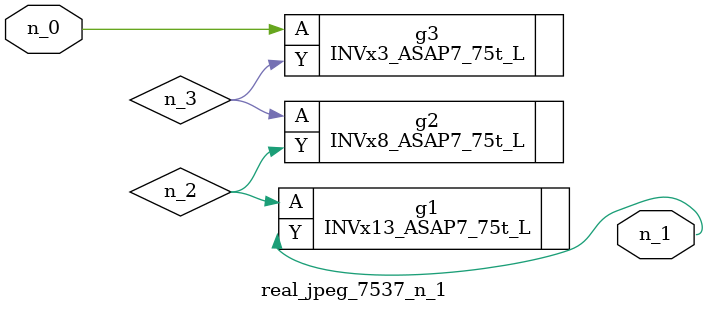
<source format=v>
module real_jpeg_7537_n_1 (n_0, n_1);

input n_0;

output n_1;

wire n_3;
wire n_2;

INVx3_ASAP7_75t_L g3 ( 
.A(n_0),
.Y(n_3)
);

INVx13_ASAP7_75t_L g1 ( 
.A(n_2),
.Y(n_1)
);

INVx8_ASAP7_75t_L g2 ( 
.A(n_3),
.Y(n_2)
);


endmodule
</source>
